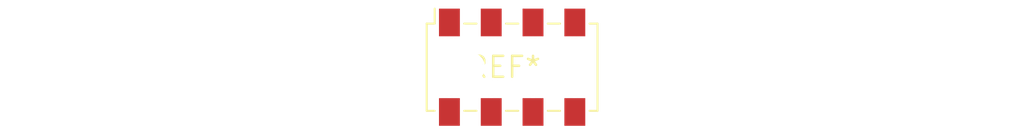
<source format=kicad_pcb>
(kicad_pcb (version 20240108) (generator pcbnew)
  (layers (0 "F.Cu" signal) (31 "B.Cu" signal) (34 "B.Paste" user) (35 "F.Paste" user) (36 "B.SilkS" user "B.Silkscreen") (37 "F.SilkS" user "F.Silkscreen") (38 "B.Mask" user) (39 "F.Mask" user) (44 "Edge.Cuts" user))
  (net 0 "")
  (footprint "Samtec_HLE-104-02-xxx-DV-BE-A_2x04_P2.54mm_Horizontal" (layer "F.Cu") (at 0 0)
    (property "Reference" "REF**")
    (property "Value" "Samtec_HLE-104-02-xxx-DV-BE-A_2x04_P2.54mm_Horizontal")
    (fp_line (start -5.19 -2.65) (end -5.19 2.65) (layer "F.SilkS") (stroke (width 0.12)))
    (fp_line (start -5.19 2.65) (end -4.705 2.65) (layer "F.SilkS") (stroke (width 0.12)))
    (fp_line (start -4.705 -3.56) (end -4.705 -2.65) (layer "F.SilkS") (stroke (width 0.12)))
    (fp_line (start -4.705 -2.65) (end -5.19 -2.65) (layer "F.SilkS") (stroke (width 0.12)))
    (fp_line (start -2.915 -2.65) (end -2.165 -2.65) (layer "F.SilkS") (stroke (width 0.12)))
    (fp_line (start -2.915 2.65) (end -2.165 2.65) (layer "F.SilkS") (stroke (width 0.12)))
    (fp_line (start -0.375 -2.65) (end 0.375 -2.65) (layer "F.SilkS") (stroke (width 0.12)))
    (fp_line (start -0.375 2.65) (end 0.375 2.65) (layer "F.SilkS") (stroke (width 0.12)))
    (fp_line (start 2.165 -2.65) (end 2.915 -2.65) (layer "F.SilkS") (stroke (width 0.12)))
    (fp_line (start 2.165 2.65) (end 2.915 2.65) (layer "F.SilkS") (stroke (width 0.12)))
    (fp_line (start 4.705 -2.65) (end 5.19 -2.65) (layer "F.SilkS") (stroke (width 0.12)))
    (fp_line (start 5.19 -2.65) (end 5.19 2.65) (layer "F.SilkS") (stroke (width 0.12)))
    (fp_line (start 5.19 2.65) (end 4.705 2.65) (layer "F.SilkS") (stroke (width 0.12)))
    (pad "" np_thru_hole circle (at -3.81 -1.27) (size 0.97 0.97) (drill 0.97) (layers *.Cu *.Mask))
    (pad "" np_thru_hole circle (at -3.81 1.27) (size 0.97 0.97) (drill 0.97) (layers *.Cu *.Mask))
    (pad "" np_thru_hole circle (at -2.54 0) (size 1.78 1.78) (drill 1.78) (layers *.Cu *.Mask))
    (pad "" np_thru_hole circle (at -1.27 -1.27) (size 0.97 0.97) (drill 0.97) (layers *.Cu *.Mask))
    (pad "" np_thru_hole circle (at -1.27 1.27) (size 0.97 0.97) (drill 0.97) (layers *.Cu *.Mask))
    (pad "" np_thru_hole circle (at 1.27 -1.27) (size 0.97 0.97) (drill 0.97) (layers *.Cu *.Mask))
    (pad "" np_thru_hole circle (at 1.27 1.27) (size 0.97 0.97) (drill 0.97) (layers *.Cu *.Mask))
    (pad "" np_thru_hole circle (at 2.54 0) (size 1.78 1.78) (drill 1.78) (layers *.Cu *.Mask))
    (pad "" np_thru_hole circle (at 3.81 -1.27) (size 0.97 0.97) (drill 0.97) (layers *.Cu *.Mask))
    (pad "" np_thru_hole circle (at 3.81 1.27) (size 0.97 0.97) (drill 0.97) (layers *.Cu *.Mask))
    (pad "1" smd rect (at -3.81 -2.72) (size 1.27 1.68) (layers "F.Cu" "F.Paste" "F.Mask"))
    (pad "2" smd rect (at -3.81 2.72) (size 1.27 1.68) (layers "F.Cu" "F.Paste" "F.Mask"))
    (pad "3" smd rect (at -1.27 -2.72) (size 1.27 1.68) (layers "F.Cu" "F.Paste" "F.Mask"))
    (pad "4" smd rect (at -1.27 2.72) (size 1.27 1.68) (layers "F.Cu" "F.Paste" "F.Mask"))
    (pad "5" smd rect (at 1.27 -2.72) (size 1.27 1.68) (layers "F.Cu" "F.Paste" "F.Mask"))
    (pad "6" smd rect (at 1.27 2.72) (size 1.27 1.68) (layers "F.Cu" "F.Paste" "F.Mask"))
    (pad "7" smd rect (at 3.81 -2.72) (size 1.27 1.68) (layers "F.Cu" "F.Paste" "F.Mask"))
    (pad "8" smd rect (at 3.81 2.72) (size 1.27 1.68) (layers "F.Cu" "F.Paste" "F.Mask"))
  )
)
</source>
